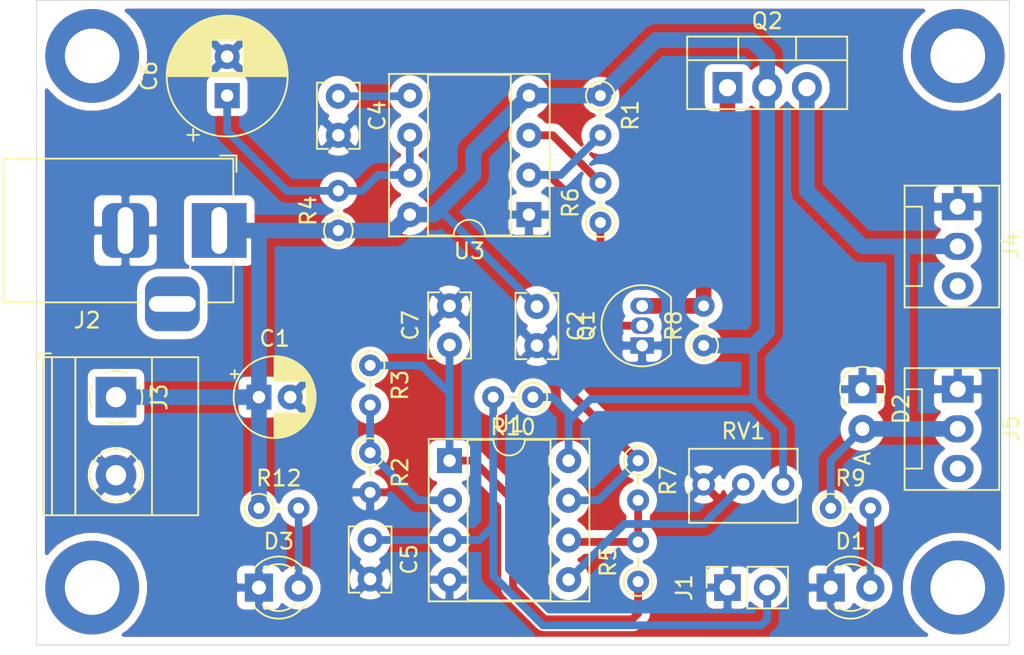
<source format=kicad_pcb>
(kicad_pcb (version 20171130) (host pcbnew 5.1.6-c6e7f7d~86~ubuntu18.04.1)
  (layers (0 F.Cu signal) (31 B.Cu signal) (34 B.Paste user) (35 F.Paste user) (36 B.SilkS user) (37 F.SilkS user) (38 B.Mask user) (39 F.Mask user) (44 Edge.Cuts user))
  (net 0 "")
  (net 1 GND)
  (net 2 +12V)
  (net 3 "Net-(C4-Pad1)")
  (net 4 /TMP_IN)
  (net 5 "Net-(C6-Pad1)")
  (net 6 "Net-(C7-Pad1)")
  (net 7 "Net-(D1-Pad2)")
  (net 8 "Net-(J4-Pad3)")
  (net 9 "Net-(Q1-Pad3)")
  (net 10 Trigger)
  (net 11 "Net-(R2-Pad1)")
  (net 12 "Net-(R5-Pad2)")
  (net 13 "Net-(R6-Pad2)")
  (net 14 "Net-(RV1-Pad2)")
  (net 15 "Net-(J5-Pad3)")
  (net 16 "Net-(D2-Pad2)")
  (net 17 "Net-(Q1-Pad2)")
  (net 18 "Net-(D3-Pad2)")
  (module Connector_Pin254mm:PinSocket_1x02_P2.54mm_Vertical (layer F.Cu) (at 148.844 115.57 90)
    (fp_text reference J1 (at 0 -2.77 90) (layer F.SilkS))
    (fp_text value KTY81/120)
    (pad 2 thru_hole oval (at 0 2.54 90) (size 1.7 1.7) (drill 1) (layers *.Cu *.Mask) (net 4 /TMP_IN))
    (pad 1 thru_hole rect (at 0 0 90) (size 1.7 1.7) (drill 1) (layers *.Cu *.Mask) (net 1 GND))
  )
  (module Resistor_THT:R_Axial_DIN0204_L3.6mm_D1.6mm_P2.54mm_Vertical (layer F.Cu) (at 136.398 103.378 180)
    (fp_text reference R10 (at 1.27 -1.92) (layer F.SilkS))
    (fp_text value 10k)
    (pad 2 thru_hole oval (at 2.54 0 180) (size 1.4 1.4) (drill 0.7) (layers *.Cu *.Mask) (net 4 /TMP_IN))
    (pad 1 thru_hole circle (at 0 0 180) (size 1.4 1.4) (drill 0.7) (layers *.Cu *.Mask) (net 2 +12V))
  )
  (module Capacitor_THT:CP_Radial_D7.5mm_P2.50mm (layer F.Cu) (at 116.84 84.074 90)
    (fp_text reference C6 (at 1.25 -5 90) (layer F.SilkS))
    (fp_text value 100uF)
    (pad 2 thru_hole circle (at 2.5 0 90) (size 1.6 1.6) (drill 0.8) (layers *.Cu *.Mask) (net 1 GND))
    (pad 1 thru_hole rect (at 0 0 90) (size 1.6 1.6) (drill 0.8) (layers *.Cu *.Mask) (net 5 "Net-(C6-Pad1)"))
  )
  (module Capacitor_THT:CP_Radial_D5.0mm_P2.00mm (layer F.Cu) (at 118.872 103.378)
    (fp_text reference C1 (at 1 -3.75) (layer F.SilkS))
    (fp_text value 10uF)
    (pad 2 thru_hole circle (at 2 0) (size 1.6 1.6) (drill 0.8) (layers *.Cu *.Mask) (net 1 GND))
    (pad 1 thru_hole rect (at 0 0) (size 1.6 1.6) (drill 0.8) (layers *.Cu *.Mask) (net 2 +12V))
  )
  (module Capacitor_THT:C_Rect_L4.0mm_W2.5mm_P2.50mm (layer F.Cu) (at 131.064 100.036 90)
    (fp_text reference C7 (at 1.25 -2.5 90) (layer F.SilkS))
    (fp_text value 0.1uF)
    (pad 2 thru_hole circle (at 2.5 0 90) (size 1.6 1.6) (drill 0.8) (layers *.Cu *.Mask) (net 1 GND))
    (pad 1 thru_hole circle (at 0 0 90) (size 1.6 1.6) (drill 0.8) (layers *.Cu *.Mask) (net 6 "Net-(C7-Pad1)"))
  )
  (module Resistor_THT:R_Axial_DIN0204_L3.6mm_D1.6mm_P2.54mm_Vertical (layer F.Cu) (at 118.872 110.49)
    (fp_text reference R12 (at 1.27 -1.92) (layer F.SilkS))
    (fp_text value 27k)
    (pad 2 thru_hole oval (at 2.54 0) (size 1.4 1.4) (drill 0.7) (layers *.Cu *.Mask) (net 18 "Net-(D3-Pad2)"))
    (pad 1 thru_hole circle (at 0 0) (size 1.4 1.4) (drill 0.7) (layers *.Cu *.Mask) (net 2 +12V))
  )
  (module LED_THT:LED_D3.0mm (layer F.Cu) (at 118.872 115.57)
    (fp_text reference D3 (at 1.27 -2.96) (layer F.SilkS))
    (fp_text value GREEN_LED)
    (pad 2 thru_hole circle (at 2.54 0) (size 1.8 1.8) (drill 0.9) (layers *.Cu *.Mask) (net 18 "Net-(D3-Pad2)"))
    (pad 1 thru_hole rect (at 0 0) (size 1.8 1.8) (drill 0.9) (layers *.Cu *.Mask) (net 1 GND))
  )
  (module Connector:FanPinHeader_1x03_P2.54mm_Vertical (layer F.Cu) (at 163.576 102.87 270)
    (fp_text reference J5 (at 2.5 -3.4 90) (layer F.SilkS))
    (fp_text value FAN_Out)
    (pad 3 thru_hole oval (at 5.08 0) (size 2.03 1.73) (drill 1.02) (layers *.Cu *.Mask) (net 15 "Net-(J5-Pad3)"))
    (pad 2 thru_hole oval (at 2.54 0) (size 2.03 1.73) (drill 1.02) (layers *.Cu *.Mask) (net 16 "Net-(D2-Pad2)"))
    (pad 1 thru_hole rect (at 0 0) (size 2.03 1.73) (drill 1.02) (layers *.Cu *.Mask) (net 1 GND))
  )
  (module Package_TO_SOT_THT:TO-220-3_Vertical (layer F.Cu) (at 148.844 83.566)
    (fp_text reference Q2 (at 2.54 -4.27) (layer F.SilkS))
    (fp_text value FQP27P06)
    (pad 3 thru_hole oval (at 5.08 0) (size 1.905 2) (drill 1.1) (layers *.Cu *.Mask) (net 16 "Net-(D2-Pad2)"))
    (pad 2 thru_hole oval (at 2.54 0) (size 1.905 2) (drill 1.1) (layers *.Cu *.Mask) (net 2 +12V))
    (pad 1 thru_hole rect (at 0 0) (size 1.905 2) (drill 1.1) (layers *.Cu *.Mask) (net 9 "Net-(Q1-Pad3)"))
  )
  (module Package_TO_SOT_THT:TO-92_Inline (layer F.Cu) (at 143.383 100.076 90)
    (fp_text reference Q1 (at 1.27 -3.56 90) (layer F.SilkS))
    (fp_text value 2N3904)
    (pad 1 thru_hole rect (at 0 0 90) (size 1.05 1.5) (drill 0.75) (layers *.Cu *.Mask) (net 1 GND))
    (pad 3 thru_hole oval (at 2.54 0 90) (size 1.05 1.5) (drill 0.75) (layers *.Cu *.Mask) (net 9 "Net-(Q1-Pad3)"))
    (pad 2 thru_hole oval (at 1.27 0 90) (size 1.05 1.5) (drill 0.75) (layers *.Cu *.Mask) (net 17 "Net-(Q1-Pad2)"))
  )
  (module Capacitor_THT:C_Rect_L4.0mm_W2.5mm_P2.50mm (layer F.Cu) (at 125.984 112.522 270)
    (fp_text reference C5 (at 1.25 -2.5 90) (layer F.SilkS))
    (fp_text value 0.1uF)
    (pad 2 thru_hole circle (at 2.5 0 270) (size 1.6 1.6) (drill 0.8) (layers *.Cu *.Mask) (net 1 GND))
    (pad 1 thru_hole circle (at 0 0 270) (size 1.6 1.6) (drill 0.8) (layers *.Cu *.Mask) (net 4 /TMP_IN))
  )
  (module Capacitor_THT:C_Rect_L4.0mm_W2.5mm_P2.50mm (layer F.Cu) (at 123.952 84.114 270)
    (fp_text reference C4 (at 1.25 -2.5 90) (layer F.SilkS))
    (fp_text value 0.1uF)
    (pad 2 thru_hole circle (at 2.5 0 270) (size 1.6 1.6) (drill 0.8) (layers *.Cu *.Mask) (net 1 GND))
    (pad 1 thru_hole circle (at 0 0 270) (size 1.6 1.6) (drill 0.8) (layers *.Cu *.Mask) (net 3 "Net-(C4-Pad1)"))
  )
  (module Capacitor_THT:C_Rect_L4.0mm_W2.5mm_P2.50mm (layer F.Cu) (at 136.652 97.576 270)
    (fp_text reference C2 (at 1.25 -2.5 90) (layer F.SilkS))
    (fp_text value 0.1uF)
    (pad 2 thru_hole circle (at 2.5 0 270) (size 1.6 1.6) (drill 0.8) (layers *.Cu *.Mask) (net 1 GND))
    (pad 1 thru_hole circle (at 0 0 270) (size 1.6 1.6) (drill 0.8) (layers *.Cu *.Mask) (net 2 +12V))
  )
  (module Package_DIP:DIP-8_W7.62mm_Socket (layer F.Cu) (at 136.144 91.694 180)
    (fp_text reference U3 (at 3.81 -2.33) (layer F.SilkS))
    (fp_text value NE555P)
    (pad 8 thru_hole oval (at 7.62 0 180) (size 1.6 1.6) (drill 0.8) (layers *.Cu *.Mask) (net 2 +12V))
    (pad 4 thru_hole oval (at 0 7.62 180) (size 1.6 1.6) (drill 0.8) (layers *.Cu *.Mask) (net 2 +12V))
    (pad 7 thru_hole oval (at 7.62 2.54 180) (size 1.6 1.6) (drill 0.8) (layers *.Cu *.Mask) (net 5 "Net-(C6-Pad1)"))
    (pad 3 thru_hole oval (at 0 5.08 180) (size 1.6 1.6) (drill 0.8) (layers *.Cu *.Mask) (net 13 "Net-(R6-Pad2)"))
    (pad 6 thru_hole oval (at 7.62 5.08 180) (size 1.6 1.6) (drill 0.8) (layers *.Cu *.Mask) (net 5 "Net-(C6-Pad1)"))
    (pad 2 thru_hole oval (at 0 2.54 180) (size 1.6 1.6) (drill 0.8) (layers *.Cu *.Mask) (net 10 Trigger))
    (pad 5 thru_hole oval (at 7.62 7.62 180) (size 1.6 1.6) (drill 0.8) (layers *.Cu *.Mask) (net 3 "Net-(C4-Pad1)"))
    (pad 1 thru_hole rect (at 0 0 180) (size 1.6 1.6) (drill 0.8) (layers *.Cu *.Mask) (net 1 GND))
  )
  (module Package_DIP:DIP-8_W7.62mm_Socket (layer F.Cu) (at 131.064 107.442)
    (fp_text reference U1 (at 3.81 -2.33) (layer F.SilkS))
    (fp_text value LM358)
    (pad 8 thru_hole oval (at 7.62 0) (size 1.6 1.6) (drill 0.8) (layers *.Cu *.Mask) (net 2 +12V))
    (pad 4 thru_hole oval (at 0 7.62) (size 1.6 1.6) (drill 0.8) (layers *.Cu *.Mask) (net 1 GND))
    (pad 7 thru_hole oval (at 7.62 2.54) (size 1.6 1.6) (drill 0.8) (layers *.Cu *.Mask) (net 10 Trigger))
    (pad 3 thru_hole oval (at 0 5.08) (size 1.6 1.6) (drill 0.8) (layers *.Cu *.Mask) (net 4 /TMP_IN))
    (pad 6 thru_hole oval (at 7.62 5.08) (size 1.6 1.6) (drill 0.8) (layers *.Cu *.Mask) (net 12 "Net-(R5-Pad2)"))
    (pad 2 thru_hole oval (at 0 2.54) (size 1.6 1.6) (drill 0.8) (layers *.Cu *.Mask) (net 11 "Net-(R2-Pad1)"))
    (pad 5 thru_hole oval (at 7.62 7.62) (size 1.6 1.6) (drill 0.8) (layers *.Cu *.Mask) (net 14 "Net-(RV1-Pad2)"))
    (pad 1 thru_hole rect (at 0 0) (size 1.6 1.6) (drill 0.8) (layers *.Cu *.Mask) (net 6 "Net-(C7-Pad1)"))
  )
  (module Diode_THT:D_A-405_P2.54mm_Vertical_AnodeUp (layer F.Cu) (at 157.48 102.87 270)
    (fp_text reference D2 (at 1.27 -2.47 90) (layer F.SilkS))
    (fp_text value D_Schottky)
    (fp_text user A (at 4.44 0 90) (layer F.SilkS))
    (pad 2 thru_hole oval (at 2.54 0 270) (size 1.8 1.8) (drill 0.9) (layers *.Cu *.Mask) (net 16 "Net-(D2-Pad2)"))
    (pad 1 thru_hole rect (at 0 0 270) (size 1.8 1.8) (drill 0.9) (layers *.Cu *.Mask) (net 1 GND))
  )
  (module LED_THT:LED_D3.0mm (layer F.Cu) (at 155.448 115.57)
    (fp_text reference D1 (at 1.27 -2.96) (layer F.SilkS))
    (fp_text value RED_LED)
    (pad 2 thru_hole circle (at 2.54 0) (size 1.8 1.8) (drill 0.9) (layers *.Cu *.Mask) (net 7 "Net-(D1-Pad2)"))
    (pad 1 thru_hole rect (at 0 0) (size 1.8 1.8) (drill 0.9) (layers *.Cu *.Mask) (net 1 GND))
  )
  (module Resistor_THT:R_Axial_DIN0204_L3.6mm_D1.6mm_P2.54mm_Vertical (layer F.Cu) (at 155.448 110.49)
    (fp_text reference R9 (at 1.27 -1.92) (layer F.SilkS))
    (fp_text value 27k)
    (pad 2 thru_hole oval (at 2.54 0) (size 1.4 1.4) (drill 0.7) (layers *.Cu *.Mask) (net 7 "Net-(D1-Pad2)"))
    (pad 1 thru_hole circle (at 0 0) (size 1.4 1.4) (drill 0.7) (layers *.Cu *.Mask) (net 16 "Net-(D2-Pad2)"))
  )
  (module Resistor_THT:R_Axial_DIN0204_L3.6mm_D1.6mm_P2.54mm_Vertical (layer F.Cu) (at 147.32 100.076 90)
    (fp_text reference R8 (at 1.27 -1.92 90) (layer F.SilkS))
    (fp_text value 68k)
    (pad 2 thru_hole oval (at 2.54 0 90) (size 1.4 1.4) (drill 0.7) (layers *.Cu *.Mask) (net 9 "Net-(Q1-Pad3)"))
    (pad 1 thru_hole circle (at 0 0 90) (size 1.4 1.4) (drill 0.7) (layers *.Cu *.Mask) (net 2 +12V))
  )
  (module Resistor_THT:R_Axial_DIN0204_L3.6mm_D1.6mm_P2.54mm_Vertical (layer F.Cu) (at 143.129 107.442 270)
    (fp_text reference R7 (at 1.27 -1.92 90) (layer F.SilkS))
    (fp_text value 2.2k)
    (pad 2 thru_hole oval (at 2.54 0 270) (size 1.4 1.4) (drill 0.7) (layers *.Cu *.Mask) (net 12 "Net-(R5-Pad2)"))
    (pad 1 thru_hole circle (at 0 0 270) (size 1.4 1.4) (drill 0.7) (layers *.Cu *.Mask) (net 10 Trigger))
  )
  (module Resistor_THT:R_Axial_DIN0204_L3.6mm_D1.6mm_P2.54mm_Vertical (layer F.Cu) (at 140.716 92.202 90)
    (fp_text reference R6 (at 1.27 -1.92 90) (layer F.SilkS))
    (fp_text value 2.2k)
    (pad 2 thru_hole oval (at 2.54 0 90) (size 1.4 1.4) (drill 0.7) (layers *.Cu *.Mask) (net 13 "Net-(R6-Pad2)"))
    (pad 1 thru_hole circle (at 0 0 90) (size 1.4 1.4) (drill 0.7) (layers *.Cu *.Mask) (net 17 "Net-(Q1-Pad2)"))
  )
  (module Resistor_THT:R_Axial_DIN0204_L3.6mm_D1.6mm_P2.54mm_Vertical (layer F.Cu) (at 143.129 115.189 90)
    (fp_text reference R5 (at 1.27 -1.92 90) (layer F.SilkS))
    (fp_text value 2.2k)
    (pad 2 thru_hole oval (at 2.54 0 90) (size 1.4 1.4) (drill 0.7) (layers *.Cu *.Mask) (net 12 "Net-(R5-Pad2)"))
    (pad 1 thru_hole circle (at 0 0 90) (size 1.4 1.4) (drill 0.7) (layers *.Cu *.Mask) (net 6 "Net-(C7-Pad1)"))
  )
  (module Resistor_THT:R_Axial_DIN0204_L3.6mm_D1.6mm_P2.54mm_Vertical (layer F.Cu) (at 123.952 92.71 90)
    (fp_text reference R4 (at 1.27 -1.92 90) (layer F.SilkS))
    (fp_text value 100k)
    (pad 2 thru_hole oval (at 2.54 0 90) (size 1.4 1.4) (drill 0.7) (layers *.Cu *.Mask) (net 5 "Net-(C6-Pad1)"))
    (pad 1 thru_hole circle (at 0 0 90) (size 1.4 1.4) (drill 0.7) (layers *.Cu *.Mask) (net 2 +12V))
  )
  (module Resistor_THT:R_Axial_DIN0204_L3.6mm_D1.6mm_P2.54mm_Vertical (layer F.Cu) (at 125.984 101.346 270)
    (fp_text reference R3 (at 1.27 -1.92 90) (layer F.SilkS))
    (fp_text value 82k)
    (pad 2 thru_hole oval (at 2.54 0 270) (size 1.4 1.4) (drill 0.7) (layers *.Cu *.Mask) (net 11 "Net-(R2-Pad1)"))
    (pad 1 thru_hole circle (at 0 0 270) (size 1.4 1.4) (drill 0.7) (layers *.Cu *.Mask) (net 6 "Net-(C7-Pad1)"))
  )
  (module Resistor_THT:R_Axial_DIN0204_L3.6mm_D1.6mm_P2.54mm_Vertical (layer F.Cu) (at 125.984 106.934 270)
    (fp_text reference R2 (at 1.27 -1.92 90) (layer F.SilkS))
    (fp_text value 9.2k)
    (pad 2 thru_hole oval (at 2.54 0 270) (size 1.4 1.4) (drill 0.7) (layers *.Cu *.Mask) (net 1 GND))
    (pad 1 thru_hole circle (at 0 0 270) (size 1.4 1.4) (drill 0.7) (layers *.Cu *.Mask) (net 11 "Net-(R2-Pad1)"))
  )
  (module Resistor_THT:R_Axial_DIN0204_L3.6mm_D1.6mm_P2.54mm_Vertical (layer F.Cu) (at 140.716 84.074 270)
    (fp_text reference R1 (at 1.27 -1.92 90) (layer F.SilkS))
    (fp_text value 1M)
    (pad 2 thru_hole oval (at 2.54 0 270) (size 1.4 1.4) (drill 0.7) (layers *.Cu *.Mask) (net 10 Trigger))
    (pad 1 thru_hole circle (at 0 0 270) (size 1.4 1.4) (drill 0.7) (layers *.Cu *.Mask) (net 2 +12V))
  )
  (module Connector_BarrelJack:BarrelJack_Horizontal (layer F.Cu) (at 116.332 92.71)
    (fp_text reference J2 (at -8.45 5.75) (layer F.SilkS))
    (fp_text value 12V_PWR)
    (pad 3 thru_hole roundrect (at -3 4.7) (size 3.5 3.5) (drill oval 3 1) (layers *.Cu *.Mask))
    (pad 2 thru_hole roundrect (at -6 0) (size 3 3.5) (drill oval 1 3) (layers *.Cu *.Mask) (net 1 GND))
    (pad 1 thru_hole rect (at 0 0) (size 3.5 3.5) (drill oval 1 3) (layers *.Cu *.Mask) (net 2 +12V))
  )
  (module TerminalBlock_Phoenix:TerminalBlock_Phoenix_MKDS-1,5-2_1x02_P5.00mm_Horizontal (layer F.Cu) (at 109.728 103.378 270)
    (fp_text reference J3 (at 0 -2.77 90) (layer F.SilkS))
    (fp_text value 12V_In)
    (pad 2 thru_hole circle (at 5 0 270) (size 2.6 2.6) (drill 1.3) (layers *.Cu *.Mask) (net 1 GND))
    (pad 1 thru_hole rect (at 0 0 270) (size 2.6 2.6) (drill 1.3) (layers *.Cu *.Mask) (net 2 +12V))
  )
  (module Potentiometer_THT:Potentiometer_Bourns_3266Y_Vertical (layer F.Cu) (at 152.4 108.966)
    (fp_text reference RV1 (at -2.54 -3.41) (layer F.SilkS))
    (fp_text value 100k)
    (pad 3 thru_hole circle (at -5.08 0) (size 1.44 1.44) (drill 0.8) (layers *.Cu *.Mask) (net 1 GND))
    (pad 2 thru_hole circle (at -2.54 0) (size 1.44 1.44) (drill 0.8) (layers *.Cu *.Mask) (net 14 "Net-(RV1-Pad2)"))
    (pad 1 thru_hole circle (at 0 0) (size 1.44 1.44) (drill 0.8) (layers *.Cu *.Mask) (net 2 +12V))
  )
  (module Connector:FanPinHeader_1x03_P2.54mm_Vertical (layer F.Cu) (at 163.576 91.186 270)
    (fp_text reference J4 (at 2.5 -3.4 90) (layer F.SilkS))
    (fp_text value FAN_Out)
    (pad 3 thru_hole oval (at 5.08 0) (size 2.03 1.73) (drill 1.02) (layers *.Cu *.Mask) (net 8 "Net-(J4-Pad3)"))
    (pad 2 thru_hole oval (at 2.54 0) (size 2.03 1.73) (drill 1.02) (layers *.Cu *.Mask) (net 16 "Net-(D2-Pad2)"))
    (pad 1 thru_hole rect (at 0 0) (size 2.03 1.73) (drill 1.02) (layers *.Cu *.Mask) (net 1 GND))
  )
  (gr_line (start 104.648 119.253) (end 104.648 77.978) (layer Edge.Cuts) (width 0.05))
  (gr_line (start 166.878 119.253) (end 104.648 119.253) (layer Edge.Cuts) (width 0.05))
  (gr_line (start 166.878 77.978) (end 166.878 119.253) (layer Edge.Cuts) (width 0.05))
  (gr_line (start 104.648 77.978) (end 166.878 77.978) (layer Edge.Cuts) (width 0.05))
  (via (at 163.576 81.534) (size 6) (drill 3.5) (layers F.Cu B.Cu) (net 0))
  (via (at 108.204 81.534) (size 6) (drill 3.5) (layers F.Cu B.Cu) (net 0))
  (via (at 108.204 115.57) (size 6) (drill 3.5) (layers F.Cu B.Cu) (net 0))
  (via (at 163.576 115.57) (size 6) (drill 3.5) (layers F.Cu B.Cu) (net 0))
  (segment (start 127.508 92.71) (end 128.524 91.694) (width 1) (layer B.Cu) (net 2))
  (segment (start 123.952 92.71) (end 127.508 92.71) (width 1) (layer B.Cu) (net 2))
  (segment (start 128.524 91.694) (end 130.048 91.694) (width 1) (layer B.Cu) (net 2))
  (segment (start 132.588 87.63) (end 136.144 84.074) (width 1) (layer B.Cu) (net 2))
  (segment (start 132.588 89.154) (end 132.588 87.63) (width 1) (layer B.Cu) (net 2))
  (segment (start 136.144 84.074) (end 140.716 84.074) (width 1) (layer B.Cu) (net 2))
  (segment (start 150.368 80.518) (end 151.384 81.534) (width 1) (layer B.Cu) (net 2))
  (segment (start 144.272 80.518) (end 150.368 80.518) (width 1) (layer B.Cu) (net 2))
  (segment (start 151.384 81.534) (end 151.384 83.566) (width 1) (layer B.Cu) (net 2))
  (segment (start 140.716 84.074) (end 144.272 80.518) (width 1) (layer B.Cu) (net 2))
  (segment (start 118.872 103.378) (end 118.872 92.71) (width 1) (layer B.Cu) (net 2))
  (segment (start 118.872 92.71) (end 123.952 92.71) (width 1) (layer B.Cu) (net 2))
  (segment (start 116.332 92.71) (end 118.872 92.71) (width 1) (layer B.Cu) (net 2))
  (segment (start 109.728 103.378) (end 118.872 103.378) (width 1) (layer B.Cu) (net 2))
  (segment (start 118.872 103.378) (end 118.872 110.49) (width 1) (layer B.Cu) (net 2))
  (segment (start 151.384 83.566) (end 151.384 99.187) (width 1) (layer B.Cu) (net 2))
  (segment (start 150.495 100.076) (end 147.32 100.076) (width 1) (layer B.Cu) (net 2))
  (segment (start 151.384 99.187) (end 150.495 100.076) (width 1) (layer B.Cu) (net 2))
  (segment (start 152.4 108.966) (end 152.4 105.41) (width 0.5) (layer B.Cu) (net 2))
  (segment (start 150.495 103.505) (end 150.495 100.076) (width 0.5) (layer B.Cu) (net 2))
  (segment (start 152.4 105.41) (end 150.495 103.505) (width 0.5) (layer B.Cu) (net 2))
  (segment (start 130.556 91.48) (end 130.556 91.186) (width 0.5) (layer B.Cu) (net 2))
  (segment (start 136.652 97.576) (end 130.556 91.48) (width 0.5) (layer B.Cu) (net 2))
  (segment (start 130.048 91.694) (end 130.556 91.186) (width 1) (layer B.Cu) (net 2))
  (segment (start 130.556 91.186) (end 132.588 89.154) (width 1) (layer B.Cu) (net 2))
  (segment (start 138.684 107.442) (end 138.684 104.902) (width 0.5) (layer B.Cu) (net 2))
  (segment (start 140.081 103.505) (end 150.495 103.505) (width 0.5) (layer B.Cu) (net 2))
  (segment (start 138.684 104.902) (end 140.081 103.505) (width 0.5) (layer B.Cu) (net 2))
  (segment (start 138.684 104.902) (end 138.684 104.394) (width 0.5) (layer B.Cu) (net 2))
  (segment (start 137.668 103.378) (end 136.398 103.378) (width 0.5) (layer B.Cu) (net 2))
  (segment (start 138.684 104.394) (end 137.668 103.378) (width 0.5) (layer B.Cu) (net 2))
  (segment (start 128.484 84.114) (end 128.524 84.074) (width 0.5) (layer B.Cu) (net 3))
  (segment (start 123.952 84.114) (end 128.484 84.114) (width 0.5) (layer B.Cu) (net 3))
  (segment (start 133.858 103.378) (end 133.858 111.633) (width 0.5) (layer B.Cu) (net 4))
  (segment (start 132.969 112.522) (end 131.064 112.522) (width 0.5) (layer B.Cu) (net 4))
  (segment (start 133.858 111.633) (end 132.969 112.522) (width 0.5) (layer B.Cu) (net 4))
  (segment (start 133.858 111.633) (end 133.858 114.808) (width 0.5) (layer B.Cu) (net 4))
  (segment (start 133.858 114.808) (end 137.033 117.983) (width 0.5) (layer B.Cu) (net 4))
  (segment (start 137.033 117.983) (end 151.003 117.983) (width 0.5) (layer B.Cu) (net 4))
  (segment (start 151.384 117.602) (end 151.384 115.57) (width 0.5) (layer B.Cu) (net 4))
  (segment (start 151.003 117.983) (end 151.384 117.602) (width 0.5) (layer B.Cu) (net 4))
  (segment (start 131.064 112.522) (end 125.984 112.522) (width 0.5) (layer B.Cu) (net 4))
  (segment (start 128.524 86.614) (end 128.524 89.154) (width 0.5) (layer B.Cu) (net 5))
  (segment (start 128.524 89.154) (end 126.492 89.154) (width 0.5) (layer B.Cu) (net 5))
  (segment (start 125.476 90.17) (end 123.952 90.17) (width 0.5) (layer B.Cu) (net 5))
  (segment (start 126.492 89.154) (end 125.476 90.17) (width 0.5) (layer B.Cu) (net 5))
  (segment (start 123.952 90.17) (end 120.65 90.17) (width 0.5) (layer B.Cu) (net 5))
  (segment (start 116.84 86.36) (end 116.84 84.074) (width 0.5) (layer B.Cu) (net 5))
  (segment (start 120.65 90.17) (end 116.84 86.36) (width 0.5) (layer B.Cu) (net 5))
  (segment (start 126.024 101.306) (end 125.984 101.346) (width 0.5) (layer F.Cu) (net 6))
  (segment (start 131.064 107.442) (end 132.588 107.442) (width 0.5) (layer F.Cu) (net 6))
  (segment (start 132.588 107.442) (end 135.128 109.982) (width 0.5) (layer F.Cu) (net 6))
  (segment (start 135.128 109.982) (end 135.128 115.57) (width 0.5) (layer F.Cu) (net 6))
  (segment (start 135.128 115.57) (end 137.16 117.602) (width 0.5) (layer F.Cu) (net 6))
  (segment (start 137.16 117.602) (end 142.748 117.602) (width 0.5) (layer F.Cu) (net 6))
  (segment (start 143.129 117.221) (end 143.129 115.189) (width 0.5) (layer F.Cu) (net 6))
  (segment (start 142.748 117.602) (end 143.129 117.221) (width 0.5) (layer F.Cu) (net 6))
  (segment (start 125.984 101.346) (end 129.286 101.346) (width 0.5) (layer B.Cu) (net 6))
  (segment (start 131.064 103.124) (end 131.064 107.442) (width 0.5) (layer B.Cu) (net 6))
  (segment (start 129.286 101.346) (end 131.064 103.124) (width 0.5) (layer B.Cu) (net 6))
  (segment (start 131.064 100.036) (end 131.064 103.124) (width 0.5) (layer B.Cu) (net 6))
  (segment (start 157.988 110.49) (end 157.988 115.57) (width 0.5) (layer B.Cu) (net 7))
  (segment (start 148.844 83.566) (end 148.844 92.202) (width 1) (layer F.Cu) (net 9))
  (segment (start 148.844 92.202) (end 147.32 93.726) (width 1) (layer F.Cu) (net 9))
  (segment (start 147.32 93.726) (end 147.32 97.663) (width 1) (layer F.Cu) (net 9))
  (segment (start 147.32 97.536) (end 143.383 97.536) (width 1) (layer F.Cu) (net 9))
  (segment (start 140.589 109.982) (end 143.129 107.442) (width 0.5) (layer B.Cu) (net 10))
  (segment (start 138.684 109.982) (end 140.589 109.982) (width 0.5) (layer B.Cu) (net 10))
  (segment (start 138.176 89.154) (end 140.716 86.614) (width 0.5) (layer B.Cu) (net 10))
  (segment (start 136.144 89.154) (end 138.176 89.154) (width 0.5) (layer B.Cu) (net 10))
  (segment (start 143.129 107.442) (end 138.938 103.251) (width 0.5) (layer F.Cu) (net 10))
  (segment (start 138.938 103.251) (end 138.938 90.678) (width 0.5) (layer F.Cu) (net 10))
  (segment (start 137.414 89.154) (end 136.144 89.154) (width 0.5) (layer F.Cu) (net 10))
  (segment (start 138.938 90.678) (end 137.414 89.154) (width 0.5) (layer F.Cu) (net 10))
  (segment (start 129.032 109.982) (end 125.984 106.934) (width 0.5) (layer B.Cu) (net 11))
  (segment (start 131.064 109.982) (end 129.032 109.982) (width 0.5) (layer B.Cu) (net 11))
  (segment (start 125.984 106.934) (end 125.984 103.886) (width 0.5) (layer B.Cu) (net 11))
  (segment (start 138.811 112.649) (end 138.684 112.522) (width 0.5) (layer F.Cu) (net 12))
  (segment (start 143.129 112.649) (end 138.811 112.649) (width 0.5) (layer F.Cu) (net 12))
  (segment (start 143.129 112.649) (end 143.129 109.982) (width 0.5) (layer F.Cu) (net 12))
  (segment (start 137.668 86.614) (end 140.716 89.662) (width 0.5) (layer F.Cu) (net 13))
  (segment (start 136.144 86.614) (end 137.668 86.614) (width 0.5) (layer F.Cu) (net 13))
  (segment (start 142.247001 111.498999) (end 138.684 115.062) (width 0.5) (layer B.Cu) (net 14))
  (segment (start 147.327001 111.498999) (end 142.247001 111.498999) (width 0.5) (layer B.Cu) (net 14))
  (segment (start 149.86 108.966) (end 147.327001 111.498999) (width 0.5) (layer B.Cu) (net 14))
  (segment (start 153.924 83.566) (end 153.924 90.17) (width 1) (layer B.Cu) (net 16))
  (segment (start 153.924 90.17) (end 157.48 93.726) (width 1) (layer B.Cu) (net 16))
  (segment (start 160.02 93.726) (end 163.576 93.726) (width 1) (layer B.Cu) (net 16))
  (segment (start 160.02 105.41) (end 160.02 93.726) (width 1) (layer B.Cu) (net 16))
  (segment (start 157.48 93.726) (end 160.02 93.726) (width 1) (layer B.Cu) (net 16))
  (segment (start 163.576 105.41) (end 160.02 105.41) (width 1) (layer B.Cu) (net 16))
  (segment (start 160.02 105.41) (end 157.48 105.41) (width 1) (layer B.Cu) (net 16))
  (segment (start 157.48 105.41) (end 155.448 107.442) (width 0.5) (layer B.Cu) (net 16))
  (segment (start 155.448 107.442) (end 155.448 110.49) (width 0.5) (layer B.Cu) (net 16))
  (segment (start 142.748 98.806) (end 141.986 98.806) (width 0.5) (layer F.Cu) (net 17))
  (segment (start 140.716 97.536) (end 140.716 92.202) (width 0.5) (layer F.Cu) (net 17))
  (segment (start 141.986 98.806) (end 140.716 97.536) (width 0.5) (layer F.Cu) (net 17))
  (segment (start 121.412 110.49) (end 121.412 115.57) (width 0.5) (layer B.Cu) (net 18))
  (zone (net 1) (net_name GND) (layer B.Cu) (connect_pads (clearance 0.508)) (min_thickness 0.254) (fill yes (arc_segments 32) (thermal_gap 0.508) (thermal_bridge_width 0.508))
    (polygon (pts (xy 166.878 119.253) (xy 104.648 119.253) (xy 104.648 77.978) (xy 166.878 77.978)))
  )
  (zone (net 1) (net_name GND) (layer F.Cu) (connect_pads (clearance 0.508)) (min_thickness 0.254) (fill yes (arc_segments 32) (thermal_gap 0.508) (thermal_bridge_width 0.508))
    (polygon (pts (xy 166.878 119.253) (xy 104.648 119.253) (xy 104.648 77.978) (xy 166.878 77.978)))
  )
)
</source>
